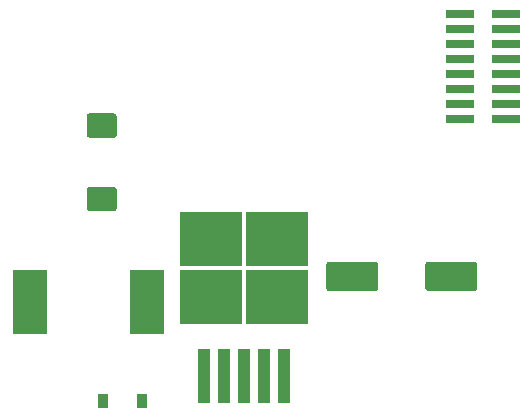
<source format=gbr>
%TF.GenerationSoftware,KiCad,Pcbnew,(5.1.9)-1*%
%TF.CreationDate,2024-04-03T16:53:24+03:00*%
%TF.ProjectId,jantteri_left,6a616e74-7465-4726-995f-6c6566742e6b,rev?*%
%TF.SameCoordinates,Original*%
%TF.FileFunction,Paste,Bot*%
%TF.FilePolarity,Positive*%
%FSLAX46Y46*%
G04 Gerber Fmt 4.6, Leading zero omitted, Abs format (unit mm)*
G04 Created by KiCad (PCBNEW (5.1.9)-1) date 2024-04-03 16:53:24*
%MOMM*%
%LPD*%
G01*
G04 APERTURE LIST*
%ADD10R,0.900000X1.200000*%
%ADD11R,2.400000X0.740000*%
%ADD12R,2.900000X5.400000*%
%ADD13R,1.100000X4.600000*%
%ADD14R,5.250000X4.550000*%
G04 APERTURE END LIST*
%TO.C,C15*%
G36*
G01*
X184075999Y-84544393D02*
X184075999Y-86544393D01*
G75*
G02*
X183825999Y-86794393I-250000J0D01*
G01*
X179925999Y-86794393D01*
G75*
G02*
X179675999Y-86544393I0J250000D01*
G01*
X179675999Y-84544393D01*
G75*
G02*
X179925999Y-84294393I250000J0D01*
G01*
X183825999Y-84294393D01*
G75*
G02*
X184075999Y-84544393I0J-250000D01*
G01*
G37*
G36*
G01*
X175675999Y-84544393D02*
X175675999Y-86544393D01*
G75*
G02*
X175425999Y-86794393I-250000J0D01*
G01*
X171525999Y-86794393D01*
G75*
G02*
X171275999Y-86544393I0J250000D01*
G01*
X171275999Y-84544393D01*
G75*
G02*
X171525999Y-84294393I250000J0D01*
G01*
X175425999Y-84294393D01*
G75*
G02*
X175675999Y-84544393I0J-250000D01*
G01*
G37*
%TD*%
%TO.C,C16*%
G36*
G01*
X153300999Y-80042393D02*
X151250999Y-80042393D01*
G75*
G02*
X151000999Y-79792393I0J250000D01*
G01*
X151000999Y-78217393D01*
G75*
G02*
X151250999Y-77967393I250000J0D01*
G01*
X153300999Y-77967393D01*
G75*
G02*
X153550999Y-78217393I0J-250000D01*
G01*
X153550999Y-79792393D01*
G75*
G02*
X153300999Y-80042393I-250000J0D01*
G01*
G37*
G36*
G01*
X153300999Y-73817393D02*
X151250999Y-73817393D01*
G75*
G02*
X151000999Y-73567393I0J250000D01*
G01*
X151000999Y-71992393D01*
G75*
G02*
X151250999Y-71742393I250000J0D01*
G01*
X153300999Y-71742393D01*
G75*
G02*
X153550999Y-71992393I0J-250000D01*
G01*
X153550999Y-73567393D01*
G75*
G02*
X153300999Y-73817393I-250000J0D01*
G01*
G37*
%TD*%
D10*
%TO.C,D2*%
X155703999Y-96085393D03*
X152403999Y-96085393D03*
%TD*%
D11*
%TO.C,J1*%
X182583999Y-72209393D03*
X186483999Y-72209393D03*
X182583999Y-70939393D03*
X186483999Y-70939393D03*
X182583999Y-69669393D03*
X186483999Y-69669393D03*
X182583999Y-68399393D03*
X186483999Y-68399393D03*
X182583999Y-67129393D03*
X186483999Y-67129393D03*
X182583999Y-65859393D03*
X186483999Y-65859393D03*
X182583999Y-64589393D03*
X186483999Y-64589393D03*
X182583999Y-63319393D03*
X186483999Y-63319393D03*
%TD*%
D12*
%TO.C,L1*%
X146185999Y-87703393D03*
X156085999Y-87703393D03*
%TD*%
D13*
%TO.C,U3*%
X167740999Y-93986393D03*
X166040999Y-93986393D03*
X164340999Y-93986393D03*
X162640999Y-93986393D03*
X160940999Y-93986393D03*
D14*
X161565999Y-82411393D03*
X167115999Y-87261393D03*
X167115999Y-82411393D03*
X161565999Y-87261393D03*
%TD*%
M02*

</source>
